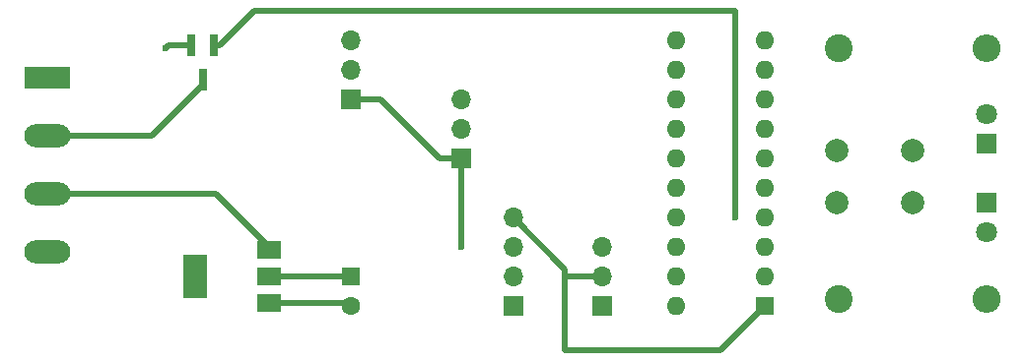
<source format=gbr>
G04 #@! TF.FileFunction,Copper,L1,Top,Signal*
%FSLAX46Y46*%
G04 Gerber Fmt 4.6, Leading zero omitted, Abs format (unit mm)*
G04 Created by KiCad (PCBNEW 4.0.6+dfsg1-1) date Mon Feb 19 23:29:57 2018*
%MOMM*%
%LPD*%
G01*
G04 APERTURE LIST*
%ADD10C,0.100000*%
%ADD11R,1.600000X1.600000*%
%ADD12C,1.600000*%
%ADD13R,1.800000X1.800000*%
%ADD14C,1.800000*%
%ADD15R,1.700000X1.700000*%
%ADD16O,1.700000X1.700000*%
%ADD17R,3.960000X1.980000*%
%ADD18O,3.960000X1.980000*%
%ADD19R,0.800000X1.900000*%
%ADD20C,2.400000*%
%ADD21O,2.400000X2.400000*%
%ADD22C,2.000000*%
%ADD23R,2.000000X3.800000*%
%ADD24R,2.000000X1.500000*%
%ADD25O,1.600000X1.600000*%
%ADD26C,0.600000*%
%ADD27C,0.500000*%
G04 APERTURE END LIST*
D10*
D11*
X142240000Y-126365000D03*
D12*
X142240000Y-128865000D03*
D13*
X196850000Y-114935000D03*
D14*
X196850000Y-112395000D03*
D13*
X196850000Y-120015000D03*
D14*
X196850000Y-122555000D03*
D15*
X151765000Y-116205000D03*
D16*
X151765000Y-113665000D03*
X151765000Y-111125000D03*
D15*
X142240000Y-111125000D03*
D16*
X142240000Y-108585000D03*
X142240000Y-106045000D03*
D15*
X156210000Y-128905000D03*
D16*
X156210000Y-126365000D03*
X156210000Y-123825000D03*
X156210000Y-121285000D03*
D15*
X163830000Y-128905000D03*
D16*
X163830000Y-126365000D03*
X163830000Y-123825000D03*
D17*
X116205000Y-109220000D03*
D18*
X116205000Y-114220000D03*
X116205000Y-124220000D03*
X116205000Y-119220000D03*
D19*
X130490000Y-106450000D03*
X128590000Y-106450000D03*
X129540000Y-109450000D03*
D20*
X184150000Y-106680000D03*
D21*
X196850000Y-106680000D03*
D20*
X184150000Y-128270000D03*
D21*
X196850000Y-128270000D03*
D22*
X190500000Y-115515000D03*
X190500000Y-120015000D03*
X184000000Y-115515000D03*
X184000000Y-120015000D03*
D23*
X128930000Y-126365000D03*
D24*
X135230000Y-126365000D03*
X135230000Y-124065000D03*
X135230000Y-128665000D03*
D11*
X177800000Y-128905000D03*
D25*
X170180000Y-106045000D03*
X177800000Y-126365000D03*
X170180000Y-108585000D03*
X177800000Y-123825000D03*
X170180000Y-111125000D03*
X177800000Y-121285000D03*
X170180000Y-113665000D03*
X177800000Y-118745000D03*
X170180000Y-116205000D03*
X177800000Y-116205000D03*
X170180000Y-118745000D03*
X177800000Y-113665000D03*
X170180000Y-121285000D03*
X177800000Y-111125000D03*
X170180000Y-123825000D03*
X177800000Y-108585000D03*
X170180000Y-126365000D03*
X177800000Y-106045000D03*
X170180000Y-128905000D03*
D26*
X151765000Y-123825000D03*
X126365000Y-106680000D03*
X175260000Y-121285000D03*
D27*
X160655000Y-126365000D02*
X160655000Y-125730000D01*
X160655000Y-125730000D02*
X156210000Y-121285000D01*
X177800000Y-128905000D02*
X173990000Y-132715000D01*
X160655000Y-126365000D02*
X163830000Y-126365000D01*
X160655000Y-132715000D02*
X160655000Y-126365000D01*
X173990000Y-132715000D02*
X160655000Y-132715000D01*
X135230000Y-126365000D02*
X142240000Y-126365000D01*
X151765000Y-116205000D02*
X151765000Y-123825000D01*
X142240000Y-111125000D02*
X144780000Y-111125000D01*
X149860000Y-116205000D02*
X151765000Y-116205000D01*
X144780000Y-111125000D02*
X149860000Y-116205000D01*
X128590000Y-106450000D02*
X126595000Y-106450000D01*
X126595000Y-106450000D02*
X126365000Y-106680000D01*
X135230000Y-128665000D02*
X142040000Y-128665000D01*
X142040000Y-128665000D02*
X142240000Y-128865000D01*
X135230000Y-124065000D02*
X135230000Y-123800000D01*
X135230000Y-123800000D02*
X130650000Y-119220000D01*
X130650000Y-119220000D02*
X116205000Y-119220000D01*
X129540000Y-109450000D02*
X129540000Y-109855000D01*
X129540000Y-109855000D02*
X125175000Y-114220000D01*
X125175000Y-114220000D02*
X116205000Y-114220000D01*
X175260000Y-103505000D02*
X175260000Y-121285000D01*
X131040000Y-106450000D02*
X133985000Y-103505000D01*
X133985000Y-103505000D02*
X175260000Y-103505000D01*
X130490000Y-106450000D02*
X131040000Y-106450000D01*
M02*

</source>
